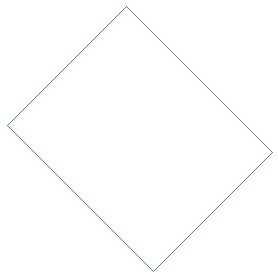
<source format=gbr>
%TF.GenerationSoftware,KiCad,Pcbnew,5.1.7-a382d34a8~88~ubuntu20.04.1*%
%TF.CreationDate,2021-03-20T14:16:57+01:00*%
%TF.ProjectId,WiFiDuck32,57694669-4475-4636-9b33-322e6b696361,2*%
%TF.SameCoordinates,Original*%
%TF.FileFunction,Other,User*%
%FSLAX46Y46*%
G04 Gerber Fmt 4.6, Leading zero omitted, Abs format (unit mm)*
G04 Created by KiCad (PCBNEW 5.1.7-a382d34a8~88~ubuntu20.04.1) date 2021-03-20 14:16:57*
%MOMM*%
%LPD*%
G01*
G04 APERTURE LIST*
%ADD10C,0.050000*%
G04 APERTURE END LIST*
D10*
%TO.C,ENC1*%
X103547383Y-115599834D02*
X91173015Y-103225465D01*
X103547383Y-115599834D02*
X113588300Y-105558917D01*
X101213931Y-93184549D02*
X91173015Y-103225465D01*
X101213931Y-93184549D02*
X113588300Y-105558917D01*
%TD*%
M02*

</source>
